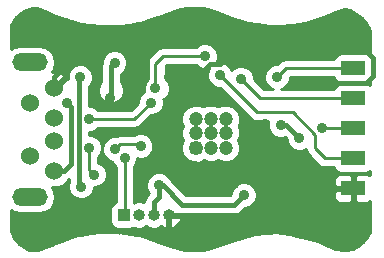
<source format=gbl>
G04 #@! TF.FileFunction,Copper,L2,Bot,Signal*
%FSLAX46Y46*%
G04 Gerber Fmt 4.6, Leading zero omitted, Abs format (unit mm)*
G04 Created by KiCad (PCBNEW 4.0.2-stable) date 6/30/2017 10:51:31 AM*
%MOMM*%
G01*
G04 APERTURE LIST*
%ADD10C,0.150000*%
%ADD11R,1.000000X1.000000*%
%ADD12O,1.000000X1.000000*%
%ADD13R,2.000000X1.200000*%
%ADD14C,1.524000*%
%ADD15O,3.000000X1.500000*%
%ADD16C,1.200000*%
%ADD17C,1.250000*%
%ADD18C,0.889000*%
%ADD19C,0.400000*%
%ADD20C,0.254000*%
G04 APERTURE END LIST*
D10*
D11*
X191516000Y-142113000D03*
D12*
X192786000Y-142113000D03*
X194056000Y-142113000D03*
X195326000Y-142113000D03*
D13*
X210947000Y-129675000D03*
X210947000Y-132215000D03*
X210947000Y-134755000D03*
X210947000Y-137295000D03*
X210947000Y-139835000D03*
D14*
X185650000Y-133875000D03*
X185650000Y-135875000D03*
X185650000Y-131375000D03*
X185650000Y-138375000D03*
X183550000Y-132625000D03*
X183550000Y-137125000D03*
D15*
X183550000Y-129175000D03*
X183550000Y-140575000D03*
D16*
X200152000Y-133985000D03*
X198882000Y-133985000D03*
X197612000Y-133985000D03*
D17*
X197612000Y-136398000D03*
D16*
X198882000Y-136398000D03*
X200152000Y-136398000D03*
X200152000Y-135128000D03*
X197612000Y-135128000D03*
X198882000Y-135128000D03*
D18*
X190737502Y-129222500D03*
X190373000Y-132207000D03*
X195326000Y-130429000D03*
X188087000Y-128841500D03*
X203454000Y-134366000D03*
X200850500Y-139509500D03*
X210629500Y-142875000D03*
X196950980Y-130717380D03*
X199961500Y-127381000D03*
X208216500Y-130873500D03*
X206888966Y-139827980D03*
X203256502Y-136779000D03*
X192883502Y-138303000D03*
X196913500Y-140081000D03*
X187833000Y-130429000D03*
X187900000Y-139700000D03*
X194500500Y-139573000D03*
X206375000Y-135576498D03*
X204787500Y-134493000D03*
X201676000Y-140398500D03*
X186690000Y-132588000D03*
X191579500Y-137258498D03*
X204470000Y-130429000D03*
X201422000Y-130556000D03*
X208280000Y-134747000D03*
X199654141Y-130267684D03*
X188595000Y-136398000D03*
X188976000Y-138684000D03*
X198374000Y-128651000D03*
X194183000Y-131318000D03*
X193802000Y-132588000D03*
X188595000Y-133985000D03*
X190754000Y-136525000D03*
X192944945Y-136252736D03*
D19*
X190436500Y-129523502D02*
X190436500Y-132016500D01*
X190436500Y-129523502D02*
X190737502Y-129222500D01*
X190373000Y-132080000D02*
X190373000Y-132207000D01*
X190436500Y-132016500D02*
X190373000Y-132080000D01*
X185650000Y-131375000D02*
X185650000Y-130400000D01*
X187208500Y-128841500D02*
X188087000Y-128841500D01*
X185650000Y-130400000D02*
X187208500Y-128841500D01*
X210947000Y-139835000D02*
X210947000Y-142557500D01*
X210947000Y-142557500D02*
X210629500Y-142875000D01*
X197450620Y-130717380D02*
X198818500Y-129349500D01*
X198818500Y-129349500D02*
X199644000Y-129349500D01*
X199644000Y-129349500D02*
X200215500Y-128778000D01*
X200215500Y-128778000D02*
X200215500Y-128143000D01*
X196950980Y-130717380D02*
X197450620Y-130717380D01*
X200215500Y-127635000D02*
X200215500Y-128143000D01*
X199961500Y-127381000D02*
X200215500Y-127635000D01*
X208216500Y-130873500D02*
X208280000Y-130937000D01*
X208280000Y-130937000D02*
X212026500Y-130937000D01*
X212026500Y-130937000D02*
X212598000Y-130365500D01*
X212598000Y-130365500D02*
X212598000Y-128841500D01*
X212598000Y-128841500D02*
X211899500Y-128143000D01*
X192883502Y-138303000D02*
X192883502Y-138464002D01*
X192883502Y-138464002D02*
X193103500Y-138684000D01*
X187725000Y-133250000D02*
X187725000Y-130537000D01*
X187725000Y-130537000D02*
X187833000Y-130429000D01*
X187725000Y-135125000D02*
X187725000Y-133250000D01*
X187725000Y-133250000D02*
X187725000Y-133225000D01*
X187725000Y-139525000D02*
X187725000Y-135125000D01*
X187900000Y-139700000D02*
X187725000Y-139525000D01*
X204787500Y-134493000D02*
X205291502Y-134493000D01*
X205291502Y-134493000D02*
X206375000Y-135576498D01*
X194500500Y-139573000D02*
X194818000Y-139573000D01*
X200850500Y-141224000D02*
X201676000Y-140398500D01*
X196469000Y-141224000D02*
X200850500Y-141224000D01*
X194818000Y-139573000D02*
X196469000Y-141224000D01*
X194500500Y-140589000D02*
X194056000Y-141033500D01*
X194056000Y-141033500D02*
X194056000Y-142113000D01*
X194500500Y-139573000D02*
X194500500Y-140589000D01*
X185650000Y-138375000D02*
X186450000Y-138375000D01*
X187075000Y-132973000D02*
X186690000Y-132588000D01*
X187075000Y-137750000D02*
X187075000Y-132973000D01*
X186450000Y-138375000D02*
X187075000Y-137750000D01*
X186662000Y-132616000D02*
X186690000Y-132588000D01*
D20*
X191579500Y-137258498D02*
X191579500Y-142049500D01*
X191579500Y-142049500D02*
X191516000Y-142113000D01*
X205616063Y-129675000D02*
X210947000Y-129675000D01*
X204470000Y-130429000D02*
X205224000Y-129675000D01*
X205224000Y-129675000D02*
X205616063Y-129675000D01*
X203906500Y-132215000D02*
X203081000Y-132215000D01*
X210947000Y-132215000D02*
X203906500Y-132215000D01*
X203081000Y-132215000D02*
X201422000Y-130556000D01*
X210947000Y-134755000D02*
X209859500Y-134755000D01*
X209859500Y-134755000D02*
X208280000Y-134747000D01*
X207708500Y-136461500D02*
X207708500Y-135318500D01*
X208542000Y-137295000D02*
X207708500Y-136461500D01*
X202799957Y-133413500D02*
X200098640Y-130712183D01*
X200098640Y-130712183D02*
X199654141Y-130267684D01*
X205311500Y-133413500D02*
X202799957Y-133413500D01*
X205803500Y-133413500D02*
X205311500Y-133413500D01*
X207708500Y-135318500D02*
X205803500Y-133413500D01*
X208542000Y-137295000D02*
X210947000Y-137295000D01*
X188595000Y-136398000D02*
X188595000Y-138303000D01*
X188595000Y-138303000D02*
X188976000Y-138684000D01*
X194183000Y-129667000D02*
X194183000Y-129286000D01*
X194183000Y-129286000D02*
X194310000Y-129159000D01*
X194818000Y-128651000D02*
X198374000Y-128651000D01*
X194818000Y-128651000D02*
X194310000Y-129159000D01*
X194183000Y-129667000D02*
X194183000Y-129667000D01*
X194183000Y-131318000D02*
X194183000Y-129667000D01*
X192405000Y-133985000D02*
X193802000Y-132588000D01*
X188595000Y-133985000D02*
X192405000Y-133985000D01*
X190754000Y-136525000D02*
X191198499Y-136080501D01*
X191198499Y-136080501D02*
X192772710Y-136080501D01*
X192772710Y-136080501D02*
X192944945Y-136252736D01*
G36*
X197761714Y-129565622D02*
X198158332Y-129730313D01*
X198587784Y-129730687D01*
X198733207Y-129670599D01*
X198574828Y-130052016D01*
X198574454Y-130481468D01*
X198738452Y-130878373D01*
X199041855Y-131182306D01*
X199438473Y-131346997D01*
X199656013Y-131347186D01*
X202261142Y-133952315D01*
X202508352Y-134117496D01*
X202799957Y-134175500D01*
X203750472Y-134175500D01*
X203708187Y-134277332D01*
X203707813Y-134706784D01*
X203871811Y-135103689D01*
X204175214Y-135407622D01*
X204571832Y-135572313D01*
X205001284Y-135572687D01*
X205135050Y-135517416D01*
X205295411Y-135677777D01*
X205295313Y-135790282D01*
X205459311Y-136187187D01*
X205762714Y-136491120D01*
X206159332Y-136655811D01*
X206588784Y-136656185D01*
X206955117Y-136504819D01*
X207004504Y-136753105D01*
X207025480Y-136784497D01*
X207169685Y-137000315D01*
X208003185Y-137833815D01*
X208250395Y-137998996D01*
X208542000Y-138057000D01*
X209330042Y-138057000D01*
X209343838Y-138130317D01*
X209482910Y-138346441D01*
X209695110Y-138491431D01*
X209947000Y-138542440D01*
X211947000Y-138542440D01*
X212182317Y-138498162D01*
X212340486Y-138396383D01*
X212340449Y-138730424D01*
X212306698Y-138696673D01*
X212073309Y-138600000D01*
X211232750Y-138600000D01*
X211074000Y-138758750D01*
X211074000Y-139708000D01*
X211094000Y-139708000D01*
X211094000Y-139962000D01*
X211074000Y-139962000D01*
X211074000Y-140911250D01*
X211232750Y-141070000D01*
X212073309Y-141070000D01*
X212306698Y-140973327D01*
X212340206Y-140939819D01*
X212339915Y-143578028D01*
X212143258Y-143999794D01*
X211797474Y-144415665D01*
X211366609Y-144735083D01*
X210894630Y-144941112D01*
X210259553Y-145085349D01*
X209434588Y-144944775D01*
X208672896Y-144619779D01*
X208668673Y-144618892D01*
X208665081Y-144616506D01*
X207992183Y-144339867D01*
X207957494Y-144333062D01*
X207926087Y-144316832D01*
X206986499Y-144046010D01*
X206967939Y-144044442D01*
X206950926Y-144036853D01*
X206503247Y-143935226D01*
X206497113Y-143935061D01*
X206491467Y-143932669D01*
X205870561Y-143803965D01*
X205867249Y-143803938D01*
X205864185Y-143802677D01*
X205561052Y-143743049D01*
X205560046Y-143743051D01*
X205559112Y-143742670D01*
X204786765Y-143593220D01*
X204714291Y-143593598D01*
X204642761Y-143581958D01*
X203591210Y-143618816D01*
X203566983Y-143624524D01*
X203542182Y-143622424D01*
X202665435Y-143720916D01*
X202633178Y-143731186D01*
X202599326Y-143731872D01*
X202087145Y-143844590D01*
X202059619Y-143856651D01*
X202029763Y-143860044D01*
X200969918Y-144198968D01*
X200960374Y-144204255D01*
X200949580Y-144205850D01*
X200468301Y-144377755D01*
X200466781Y-144378665D01*
X200465033Y-144378933D01*
X199416632Y-144759836D01*
X198923528Y-144923301D01*
X198599771Y-145005037D01*
X198246994Y-145060026D01*
X197763736Y-145091733D01*
X197572834Y-145095473D01*
X197404596Y-145096192D01*
X197209169Y-145093316D01*
X197052609Y-145087332D01*
X196681400Y-145054661D01*
X196378189Y-145003830D01*
X196050373Y-144915232D01*
X194695492Y-144442726D01*
X194695490Y-144442726D01*
X193318767Y-143962502D01*
X193300017Y-143959874D01*
X193283166Y-143951237D01*
X192790790Y-143811108D01*
X192760247Y-143808631D01*
X192731780Y-143797298D01*
X192085012Y-143677910D01*
X192056435Y-143678305D01*
X192029051Y-143670116D01*
X191112248Y-143583474D01*
X191095874Y-143585152D01*
X191079884Y-143581241D01*
X190690680Y-143564288D01*
X190681919Y-143565637D01*
X190673256Y-143563767D01*
X190270915Y-143557211D01*
X190262311Y-143558777D01*
X190253717Y-143557162D01*
X189853242Y-143561399D01*
X189844576Y-143563218D01*
X189835831Y-143561820D01*
X189444559Y-143576615D01*
X189431815Y-143579655D01*
X189418796Y-143578109D01*
X188852631Y-143622454D01*
X188835749Y-143627208D01*
X188818247Y-143626084D01*
X188260986Y-143700184D01*
X188245159Y-143705580D01*
X188228440Y-143705368D01*
X187937214Y-143759475D01*
X187921524Y-143765743D01*
X187904642Y-143766408D01*
X187651979Y-143827098D01*
X187638985Y-143833090D01*
X187624723Y-143834283D01*
X187416787Y-143894027D01*
X187409112Y-143897985D01*
X187400527Y-143898933D01*
X187077572Y-144001076D01*
X187072837Y-144003679D01*
X187067478Y-144004361D01*
X186736086Y-144115251D01*
X186733520Y-144116718D01*
X186730593Y-144117117D01*
X186010278Y-144365431D01*
X185983532Y-144381042D01*
X185953386Y-144388144D01*
X185820326Y-144448802D01*
X185820263Y-144448847D01*
X185820188Y-144448865D01*
X185687369Y-144509451D01*
X185531207Y-144580348D01*
X185426406Y-144627525D01*
X185120028Y-144761815D01*
X184925222Y-144842733D01*
X184265052Y-145060070D01*
X183982717Y-145096386D01*
X183782728Y-145090437D01*
X183517578Y-145036409D01*
X183287218Y-144954971D01*
X183066392Y-144845583D01*
X182622976Y-144516859D01*
X182260393Y-144080779D01*
X182142677Y-143873968D01*
X182030603Y-143614875D01*
X181967618Y-143417009D01*
X181940010Y-142736275D01*
X181940006Y-141662037D01*
X182228156Y-141854573D01*
X182758173Y-141960000D01*
X184341827Y-141960000D01*
X184871844Y-141854573D01*
X185321170Y-141554343D01*
X185621400Y-141105017D01*
X185726827Y-140575000D01*
X185621400Y-140044983D01*
X185438876Y-139771816D01*
X185926661Y-139772242D01*
X186440303Y-139560010D01*
X186833629Y-139167370D01*
X186870267Y-139079136D01*
X186890000Y-139065951D01*
X186890000Y-139317409D01*
X186820687Y-139484332D01*
X186820313Y-139913784D01*
X186984311Y-140310689D01*
X187287714Y-140614622D01*
X187684332Y-140779313D01*
X188113784Y-140779687D01*
X188510689Y-140615689D01*
X188814622Y-140312286D01*
X188979313Y-139915668D01*
X188979446Y-139763504D01*
X189189784Y-139763687D01*
X189586689Y-139599689D01*
X189890622Y-139296286D01*
X190055313Y-138899668D01*
X190055687Y-138470216D01*
X189891689Y-138073311D01*
X189588286Y-137769378D01*
X189357000Y-137673339D01*
X189357000Y-137162642D01*
X189509622Y-137010286D01*
X189622360Y-136738784D01*
X189674313Y-136738784D01*
X189838311Y-137135689D01*
X190141714Y-137439622D01*
X190538332Y-137604313D01*
X190554373Y-137604327D01*
X190663811Y-137869187D01*
X190817500Y-138023144D01*
X190817500Y-141002910D01*
X190780683Y-141009838D01*
X190564559Y-141148910D01*
X190419569Y-141361110D01*
X190368560Y-141613000D01*
X190368560Y-142613000D01*
X190412838Y-142848317D01*
X190551910Y-143064441D01*
X190764110Y-143209431D01*
X191016000Y-143260440D01*
X192016000Y-143260440D01*
X192251317Y-143216162D01*
X192327073Y-143167414D01*
X192351654Y-143183839D01*
X192786000Y-143270236D01*
X193220346Y-143183839D01*
X193421000Y-143049766D01*
X193621654Y-143183839D01*
X194056000Y-143270236D01*
X194490346Y-143183839D01*
X194700304Y-143043549D01*
X194765791Y-143100127D01*
X195024126Y-143207119D01*
X195199000Y-143080954D01*
X195199000Y-142240000D01*
X195453000Y-142240000D01*
X195453000Y-143080954D01*
X195627874Y-143207119D01*
X195886209Y-143100127D01*
X196221323Y-142810604D01*
X196420132Y-142414877D01*
X196295135Y-142240000D01*
X195453000Y-142240000D01*
X195199000Y-142240000D01*
X195179000Y-142240000D01*
X195179000Y-142195564D01*
X195191000Y-142135236D01*
X195191000Y-142090764D01*
X195179000Y-142030436D01*
X195179000Y-141986000D01*
X195199000Y-141986000D01*
X195199000Y-141966000D01*
X195453000Y-141966000D01*
X195453000Y-141986000D01*
X196135332Y-141986000D01*
X196149460Y-141995440D01*
X196469000Y-142059000D01*
X200850500Y-142059000D01*
X201170041Y-141995439D01*
X201440934Y-141814434D01*
X201777279Y-141478089D01*
X201889784Y-141478187D01*
X202286689Y-141314189D01*
X202590622Y-141010786D01*
X202755313Y-140614168D01*
X202755687Y-140184716D01*
X202729257Y-140120750D01*
X209312000Y-140120750D01*
X209312000Y-140561310D01*
X209408673Y-140794699D01*
X209587302Y-140973327D01*
X209820691Y-141070000D01*
X210661250Y-141070000D01*
X210820000Y-140911250D01*
X210820000Y-139962000D01*
X209470750Y-139962000D01*
X209312000Y-140120750D01*
X202729257Y-140120750D01*
X202591689Y-139787811D01*
X202288286Y-139483878D01*
X201891668Y-139319187D01*
X201462216Y-139318813D01*
X201065311Y-139482811D01*
X200761378Y-139786214D01*
X200596687Y-140182832D01*
X200596588Y-140297044D01*
X200504632Y-140389000D01*
X196814868Y-140389000D01*
X195534558Y-139108690D01*
X209312000Y-139108690D01*
X209312000Y-139549250D01*
X209470750Y-139708000D01*
X210820000Y-139708000D01*
X210820000Y-138758750D01*
X210661250Y-138600000D01*
X209820691Y-138600000D01*
X209587302Y-138696673D01*
X209408673Y-138875301D01*
X209312000Y-139108690D01*
X195534558Y-139108690D01*
X195435912Y-139010044D01*
X195416189Y-138962311D01*
X195112786Y-138658378D01*
X194716168Y-138493687D01*
X194286716Y-138493313D01*
X193889811Y-138657311D01*
X193585878Y-138960714D01*
X193421187Y-139357332D01*
X193420813Y-139786784D01*
X193584811Y-140183689D01*
X193654816Y-140253816D01*
X193465566Y-140443066D01*
X193284561Y-140713959D01*
X193221000Y-141033500D01*
X193221000Y-141042598D01*
X193220346Y-141042161D01*
X192786000Y-140955764D01*
X192351654Y-141042161D01*
X192341500Y-141048946D01*
X192341500Y-138023140D01*
X192494122Y-137870784D01*
X192658813Y-137474166D01*
X192658962Y-137302852D01*
X192729277Y-137332049D01*
X193158729Y-137332423D01*
X193555634Y-137168425D01*
X193859567Y-136865022D01*
X193949878Y-136647530D01*
X196351782Y-136647530D01*
X196543201Y-137110800D01*
X196897335Y-137465553D01*
X197360271Y-137657781D01*
X197861530Y-137658218D01*
X198280054Y-137485288D01*
X198635266Y-137632785D01*
X199126579Y-137633214D01*
X199517401Y-137471729D01*
X199905266Y-137632785D01*
X200396579Y-137633214D01*
X200850657Y-137445592D01*
X201198371Y-137098485D01*
X201386785Y-136644734D01*
X201387214Y-136153421D01*
X201225729Y-135762599D01*
X201386785Y-135374734D01*
X201387214Y-134883421D01*
X201252032Y-134556256D01*
X201386785Y-134231734D01*
X201387214Y-133740421D01*
X201199592Y-133286343D01*
X200852485Y-132938629D01*
X200398734Y-132750215D01*
X199907421Y-132749786D01*
X199516599Y-132911271D01*
X199128734Y-132750215D01*
X198637421Y-132749786D01*
X198246599Y-132911271D01*
X197858734Y-132750215D01*
X197367421Y-132749786D01*
X196913343Y-132937408D01*
X196565629Y-133284515D01*
X196377215Y-133738266D01*
X196376786Y-134229579D01*
X196511968Y-134556744D01*
X196377215Y-134881266D01*
X196376786Y-135372579D01*
X196524769Y-135730724D01*
X196352219Y-136146271D01*
X196351782Y-136647530D01*
X193949878Y-136647530D01*
X194024258Y-136468404D01*
X194024632Y-136038952D01*
X193860634Y-135642047D01*
X193557231Y-135338114D01*
X193160613Y-135173423D01*
X192731161Y-135173049D01*
X192379141Y-135318501D01*
X191198499Y-135318501D01*
X190906895Y-135376504D01*
X190803572Y-135445542D01*
X190540216Y-135445313D01*
X190143311Y-135609311D01*
X189839378Y-135912714D01*
X189674687Y-136309332D01*
X189674313Y-136738784D01*
X189622360Y-136738784D01*
X189674313Y-136613668D01*
X189674687Y-136184216D01*
X189510689Y-135787311D01*
X189207286Y-135483378D01*
X188810668Y-135318687D01*
X188560000Y-135318469D01*
X188560000Y-135064470D01*
X188808784Y-135064687D01*
X189205689Y-134900689D01*
X189359646Y-134747000D01*
X192405000Y-134747000D01*
X192696605Y-134688996D01*
X192943815Y-134523815D01*
X193800131Y-133667499D01*
X194015784Y-133667687D01*
X194412689Y-133503689D01*
X194716622Y-133200286D01*
X194881313Y-132803668D01*
X194881687Y-132374216D01*
X194860189Y-132322187D01*
X194920689Y-132297189D01*
X195224622Y-131993786D01*
X195389313Y-131597168D01*
X195389687Y-131167716D01*
X195225689Y-130770811D01*
X195072000Y-130616854D01*
X195072000Y-129474630D01*
X195133631Y-129413000D01*
X197609358Y-129413000D01*
X197761714Y-129565622D01*
X197761714Y-129565622D01*
G37*
X197761714Y-129565622D02*
X198158332Y-129730313D01*
X198587784Y-129730687D01*
X198733207Y-129670599D01*
X198574828Y-130052016D01*
X198574454Y-130481468D01*
X198738452Y-130878373D01*
X199041855Y-131182306D01*
X199438473Y-131346997D01*
X199656013Y-131347186D01*
X202261142Y-133952315D01*
X202508352Y-134117496D01*
X202799957Y-134175500D01*
X203750472Y-134175500D01*
X203708187Y-134277332D01*
X203707813Y-134706784D01*
X203871811Y-135103689D01*
X204175214Y-135407622D01*
X204571832Y-135572313D01*
X205001284Y-135572687D01*
X205135050Y-135517416D01*
X205295411Y-135677777D01*
X205295313Y-135790282D01*
X205459311Y-136187187D01*
X205762714Y-136491120D01*
X206159332Y-136655811D01*
X206588784Y-136656185D01*
X206955117Y-136504819D01*
X207004504Y-136753105D01*
X207025480Y-136784497D01*
X207169685Y-137000315D01*
X208003185Y-137833815D01*
X208250395Y-137998996D01*
X208542000Y-138057000D01*
X209330042Y-138057000D01*
X209343838Y-138130317D01*
X209482910Y-138346441D01*
X209695110Y-138491431D01*
X209947000Y-138542440D01*
X211947000Y-138542440D01*
X212182317Y-138498162D01*
X212340486Y-138396383D01*
X212340449Y-138730424D01*
X212306698Y-138696673D01*
X212073309Y-138600000D01*
X211232750Y-138600000D01*
X211074000Y-138758750D01*
X211074000Y-139708000D01*
X211094000Y-139708000D01*
X211094000Y-139962000D01*
X211074000Y-139962000D01*
X211074000Y-140911250D01*
X211232750Y-141070000D01*
X212073309Y-141070000D01*
X212306698Y-140973327D01*
X212340206Y-140939819D01*
X212339915Y-143578028D01*
X212143258Y-143999794D01*
X211797474Y-144415665D01*
X211366609Y-144735083D01*
X210894630Y-144941112D01*
X210259553Y-145085349D01*
X209434588Y-144944775D01*
X208672896Y-144619779D01*
X208668673Y-144618892D01*
X208665081Y-144616506D01*
X207992183Y-144339867D01*
X207957494Y-144333062D01*
X207926087Y-144316832D01*
X206986499Y-144046010D01*
X206967939Y-144044442D01*
X206950926Y-144036853D01*
X206503247Y-143935226D01*
X206497113Y-143935061D01*
X206491467Y-143932669D01*
X205870561Y-143803965D01*
X205867249Y-143803938D01*
X205864185Y-143802677D01*
X205561052Y-143743049D01*
X205560046Y-143743051D01*
X205559112Y-143742670D01*
X204786765Y-143593220D01*
X204714291Y-143593598D01*
X204642761Y-143581958D01*
X203591210Y-143618816D01*
X203566983Y-143624524D01*
X203542182Y-143622424D01*
X202665435Y-143720916D01*
X202633178Y-143731186D01*
X202599326Y-143731872D01*
X202087145Y-143844590D01*
X202059619Y-143856651D01*
X202029763Y-143860044D01*
X200969918Y-144198968D01*
X200960374Y-144204255D01*
X200949580Y-144205850D01*
X200468301Y-144377755D01*
X200466781Y-144378665D01*
X200465033Y-144378933D01*
X199416632Y-144759836D01*
X198923528Y-144923301D01*
X198599771Y-145005037D01*
X198246994Y-145060026D01*
X197763736Y-145091733D01*
X197572834Y-145095473D01*
X197404596Y-145096192D01*
X197209169Y-145093316D01*
X197052609Y-145087332D01*
X196681400Y-145054661D01*
X196378189Y-145003830D01*
X196050373Y-144915232D01*
X194695492Y-144442726D01*
X194695490Y-144442726D01*
X193318767Y-143962502D01*
X193300017Y-143959874D01*
X193283166Y-143951237D01*
X192790790Y-143811108D01*
X192760247Y-143808631D01*
X192731780Y-143797298D01*
X192085012Y-143677910D01*
X192056435Y-143678305D01*
X192029051Y-143670116D01*
X191112248Y-143583474D01*
X191095874Y-143585152D01*
X191079884Y-143581241D01*
X190690680Y-143564288D01*
X190681919Y-143565637D01*
X190673256Y-143563767D01*
X190270915Y-143557211D01*
X190262311Y-143558777D01*
X190253717Y-143557162D01*
X189853242Y-143561399D01*
X189844576Y-143563218D01*
X189835831Y-143561820D01*
X189444559Y-143576615D01*
X189431815Y-143579655D01*
X189418796Y-143578109D01*
X188852631Y-143622454D01*
X188835749Y-143627208D01*
X188818247Y-143626084D01*
X188260986Y-143700184D01*
X188245159Y-143705580D01*
X188228440Y-143705368D01*
X187937214Y-143759475D01*
X187921524Y-143765743D01*
X187904642Y-143766408D01*
X187651979Y-143827098D01*
X187638985Y-143833090D01*
X187624723Y-143834283D01*
X187416787Y-143894027D01*
X187409112Y-143897985D01*
X187400527Y-143898933D01*
X187077572Y-144001076D01*
X187072837Y-144003679D01*
X187067478Y-144004361D01*
X186736086Y-144115251D01*
X186733520Y-144116718D01*
X186730593Y-144117117D01*
X186010278Y-144365431D01*
X185983532Y-144381042D01*
X185953386Y-144388144D01*
X185820326Y-144448802D01*
X185820263Y-144448847D01*
X185820188Y-144448865D01*
X185687369Y-144509451D01*
X185531207Y-144580348D01*
X185426406Y-144627525D01*
X185120028Y-144761815D01*
X184925222Y-144842733D01*
X184265052Y-145060070D01*
X183982717Y-145096386D01*
X183782728Y-145090437D01*
X183517578Y-145036409D01*
X183287218Y-144954971D01*
X183066392Y-144845583D01*
X182622976Y-144516859D01*
X182260393Y-144080779D01*
X182142677Y-143873968D01*
X182030603Y-143614875D01*
X181967618Y-143417009D01*
X181940010Y-142736275D01*
X181940006Y-141662037D01*
X182228156Y-141854573D01*
X182758173Y-141960000D01*
X184341827Y-141960000D01*
X184871844Y-141854573D01*
X185321170Y-141554343D01*
X185621400Y-141105017D01*
X185726827Y-140575000D01*
X185621400Y-140044983D01*
X185438876Y-139771816D01*
X185926661Y-139772242D01*
X186440303Y-139560010D01*
X186833629Y-139167370D01*
X186870267Y-139079136D01*
X186890000Y-139065951D01*
X186890000Y-139317409D01*
X186820687Y-139484332D01*
X186820313Y-139913784D01*
X186984311Y-140310689D01*
X187287714Y-140614622D01*
X187684332Y-140779313D01*
X188113784Y-140779687D01*
X188510689Y-140615689D01*
X188814622Y-140312286D01*
X188979313Y-139915668D01*
X188979446Y-139763504D01*
X189189784Y-139763687D01*
X189586689Y-139599689D01*
X189890622Y-139296286D01*
X190055313Y-138899668D01*
X190055687Y-138470216D01*
X189891689Y-138073311D01*
X189588286Y-137769378D01*
X189357000Y-137673339D01*
X189357000Y-137162642D01*
X189509622Y-137010286D01*
X189622360Y-136738784D01*
X189674313Y-136738784D01*
X189838311Y-137135689D01*
X190141714Y-137439622D01*
X190538332Y-137604313D01*
X190554373Y-137604327D01*
X190663811Y-137869187D01*
X190817500Y-138023144D01*
X190817500Y-141002910D01*
X190780683Y-141009838D01*
X190564559Y-141148910D01*
X190419569Y-141361110D01*
X190368560Y-141613000D01*
X190368560Y-142613000D01*
X190412838Y-142848317D01*
X190551910Y-143064441D01*
X190764110Y-143209431D01*
X191016000Y-143260440D01*
X192016000Y-143260440D01*
X192251317Y-143216162D01*
X192327073Y-143167414D01*
X192351654Y-143183839D01*
X192786000Y-143270236D01*
X193220346Y-143183839D01*
X193421000Y-143049766D01*
X193621654Y-143183839D01*
X194056000Y-143270236D01*
X194490346Y-143183839D01*
X194700304Y-143043549D01*
X194765791Y-143100127D01*
X195024126Y-143207119D01*
X195199000Y-143080954D01*
X195199000Y-142240000D01*
X195453000Y-142240000D01*
X195453000Y-143080954D01*
X195627874Y-143207119D01*
X195886209Y-143100127D01*
X196221323Y-142810604D01*
X196420132Y-142414877D01*
X196295135Y-142240000D01*
X195453000Y-142240000D01*
X195199000Y-142240000D01*
X195179000Y-142240000D01*
X195179000Y-142195564D01*
X195191000Y-142135236D01*
X195191000Y-142090764D01*
X195179000Y-142030436D01*
X195179000Y-141986000D01*
X195199000Y-141986000D01*
X195199000Y-141966000D01*
X195453000Y-141966000D01*
X195453000Y-141986000D01*
X196135332Y-141986000D01*
X196149460Y-141995440D01*
X196469000Y-142059000D01*
X200850500Y-142059000D01*
X201170041Y-141995439D01*
X201440934Y-141814434D01*
X201777279Y-141478089D01*
X201889784Y-141478187D01*
X202286689Y-141314189D01*
X202590622Y-141010786D01*
X202755313Y-140614168D01*
X202755687Y-140184716D01*
X202729257Y-140120750D01*
X209312000Y-140120750D01*
X209312000Y-140561310D01*
X209408673Y-140794699D01*
X209587302Y-140973327D01*
X209820691Y-141070000D01*
X210661250Y-141070000D01*
X210820000Y-140911250D01*
X210820000Y-139962000D01*
X209470750Y-139962000D01*
X209312000Y-140120750D01*
X202729257Y-140120750D01*
X202591689Y-139787811D01*
X202288286Y-139483878D01*
X201891668Y-139319187D01*
X201462216Y-139318813D01*
X201065311Y-139482811D01*
X200761378Y-139786214D01*
X200596687Y-140182832D01*
X200596588Y-140297044D01*
X200504632Y-140389000D01*
X196814868Y-140389000D01*
X195534558Y-139108690D01*
X209312000Y-139108690D01*
X209312000Y-139549250D01*
X209470750Y-139708000D01*
X210820000Y-139708000D01*
X210820000Y-138758750D01*
X210661250Y-138600000D01*
X209820691Y-138600000D01*
X209587302Y-138696673D01*
X209408673Y-138875301D01*
X209312000Y-139108690D01*
X195534558Y-139108690D01*
X195435912Y-139010044D01*
X195416189Y-138962311D01*
X195112786Y-138658378D01*
X194716168Y-138493687D01*
X194286716Y-138493313D01*
X193889811Y-138657311D01*
X193585878Y-138960714D01*
X193421187Y-139357332D01*
X193420813Y-139786784D01*
X193584811Y-140183689D01*
X193654816Y-140253816D01*
X193465566Y-140443066D01*
X193284561Y-140713959D01*
X193221000Y-141033500D01*
X193221000Y-141042598D01*
X193220346Y-141042161D01*
X192786000Y-140955764D01*
X192351654Y-141042161D01*
X192341500Y-141048946D01*
X192341500Y-138023140D01*
X192494122Y-137870784D01*
X192658813Y-137474166D01*
X192658962Y-137302852D01*
X192729277Y-137332049D01*
X193158729Y-137332423D01*
X193555634Y-137168425D01*
X193859567Y-136865022D01*
X193949878Y-136647530D01*
X196351782Y-136647530D01*
X196543201Y-137110800D01*
X196897335Y-137465553D01*
X197360271Y-137657781D01*
X197861530Y-137658218D01*
X198280054Y-137485288D01*
X198635266Y-137632785D01*
X199126579Y-137633214D01*
X199517401Y-137471729D01*
X199905266Y-137632785D01*
X200396579Y-137633214D01*
X200850657Y-137445592D01*
X201198371Y-137098485D01*
X201386785Y-136644734D01*
X201387214Y-136153421D01*
X201225729Y-135762599D01*
X201386785Y-135374734D01*
X201387214Y-134883421D01*
X201252032Y-134556256D01*
X201386785Y-134231734D01*
X201387214Y-133740421D01*
X201199592Y-133286343D01*
X200852485Y-132938629D01*
X200398734Y-132750215D01*
X199907421Y-132749786D01*
X199516599Y-132911271D01*
X199128734Y-132750215D01*
X198637421Y-132749786D01*
X198246599Y-132911271D01*
X197858734Y-132750215D01*
X197367421Y-132749786D01*
X196913343Y-132937408D01*
X196565629Y-133284515D01*
X196377215Y-133738266D01*
X196376786Y-134229579D01*
X196511968Y-134556744D01*
X196377215Y-134881266D01*
X196376786Y-135372579D01*
X196524769Y-135730724D01*
X196352219Y-136146271D01*
X196351782Y-136647530D01*
X193949878Y-136647530D01*
X194024258Y-136468404D01*
X194024632Y-136038952D01*
X193860634Y-135642047D01*
X193557231Y-135338114D01*
X193160613Y-135173423D01*
X192731161Y-135173049D01*
X192379141Y-135318501D01*
X191198499Y-135318501D01*
X190906895Y-135376504D01*
X190803572Y-135445542D01*
X190540216Y-135445313D01*
X190143311Y-135609311D01*
X189839378Y-135912714D01*
X189674687Y-136309332D01*
X189674313Y-136738784D01*
X189622360Y-136738784D01*
X189674313Y-136613668D01*
X189674687Y-136184216D01*
X189510689Y-135787311D01*
X189207286Y-135483378D01*
X188810668Y-135318687D01*
X188560000Y-135318469D01*
X188560000Y-135064470D01*
X188808784Y-135064687D01*
X189205689Y-134900689D01*
X189359646Y-134747000D01*
X192405000Y-134747000D01*
X192696605Y-134688996D01*
X192943815Y-134523815D01*
X193800131Y-133667499D01*
X194015784Y-133667687D01*
X194412689Y-133503689D01*
X194716622Y-133200286D01*
X194881313Y-132803668D01*
X194881687Y-132374216D01*
X194860189Y-132322187D01*
X194920689Y-132297189D01*
X195224622Y-131993786D01*
X195389313Y-131597168D01*
X195389687Y-131167716D01*
X195225689Y-130770811D01*
X195072000Y-130616854D01*
X195072000Y-129474630D01*
X195133631Y-129413000D01*
X197609358Y-129413000D01*
X197761714Y-129565622D01*
G36*
X184208892Y-124616073D02*
X184814743Y-124810132D01*
X185368348Y-125053889D01*
X185377710Y-125055967D01*
X185385722Y-125061235D01*
X185978325Y-125301572D01*
X185994685Y-125304700D01*
X186009054Y-125313126D01*
X186322092Y-125421747D01*
X186322773Y-125421841D01*
X186323367Y-125422188D01*
X186535502Y-125495296D01*
X186536007Y-125495365D01*
X186536444Y-125495619D01*
X186605503Y-125519299D01*
X186605939Y-125519358D01*
X186606321Y-125519579D01*
X186668848Y-125540925D01*
X186669146Y-125540965D01*
X186669404Y-125541114D01*
X186703099Y-125552582D01*
X186703100Y-125552583D01*
X186735177Y-125563503D01*
X186735745Y-125563578D01*
X186736239Y-125563863D01*
X186769998Y-125575290D01*
X186769999Y-125575290D01*
X186801987Y-125586122D01*
X186802881Y-125586239D01*
X186803667Y-125586689D01*
X186949349Y-125635571D01*
X186950804Y-125635757D01*
X186952079Y-125636480D01*
X187069703Y-125675360D01*
X187073873Y-125675875D01*
X187077554Y-125677899D01*
X187400509Y-125780051D01*
X187409121Y-125781002D01*
X187416820Y-125784972D01*
X187624755Y-125844703D01*
X187638988Y-125845892D01*
X187651958Y-125851874D01*
X187904622Y-125912572D01*
X187921519Y-125913238D01*
X187937222Y-125919511D01*
X188228447Y-125973613D01*
X188245163Y-125973401D01*
X188260985Y-125978795D01*
X188818250Y-126052893D01*
X188835747Y-126051769D01*
X188852628Y-126056523D01*
X189418790Y-126100870D01*
X189436166Y-126098807D01*
X189453218Y-126102631D01*
X190248506Y-126121924D01*
X190265907Y-126118899D01*
X190283324Y-126121821D01*
X191071326Y-126098051D01*
X191091574Y-126093385D01*
X191112243Y-126095503D01*
X192029044Y-126008863D01*
X192056428Y-126000674D01*
X192085005Y-126001069D01*
X192731777Y-125881681D01*
X192760244Y-125870348D01*
X192790786Y-125867871D01*
X193283162Y-125727743D01*
X193300013Y-125719107D01*
X193318764Y-125716478D01*
X194695528Y-125236239D01*
X196050387Y-124763744D01*
X196369024Y-124677631D01*
X196895775Y-124605264D01*
X197776236Y-124588067D01*
X198246996Y-124618953D01*
X198599764Y-124673943D01*
X198923520Y-124755676D01*
X199416621Y-124919140D01*
X200465033Y-125300047D01*
X200466781Y-125300315D01*
X200468298Y-125301223D01*
X200949568Y-125473128D01*
X200960366Y-125474724D01*
X200969913Y-125480012D01*
X202029766Y-125818933D01*
X202059620Y-125822326D01*
X202087142Y-125834385D01*
X202599322Y-125947106D01*
X202633174Y-125947792D01*
X202665434Y-125958063D01*
X203542169Y-126056555D01*
X203566970Y-126054455D01*
X203591197Y-126060163D01*
X204642750Y-126097022D01*
X204671105Y-126092408D01*
X204699541Y-126096491D01*
X205729288Y-126041107D01*
X205769867Y-126030742D01*
X205811745Y-126031277D01*
X206800787Y-125847647D01*
X206828014Y-125836775D01*
X206857245Y-125834495D01*
X207353668Y-125694868D01*
X207378606Y-125682184D01*
X207406210Y-125677608D01*
X208625239Y-125217896D01*
X209424662Y-124918112D01*
X209430677Y-124914382D01*
X209437633Y-124913086D01*
X209897305Y-124729217D01*
X210131870Y-124670576D01*
X210649596Y-124747274D01*
X211220216Y-125053802D01*
X211672183Y-125388865D01*
X212022191Y-125809818D01*
X212252584Y-126278806D01*
X212341796Y-126527003D01*
X212341570Y-128576058D01*
X212198890Y-128478569D01*
X211947000Y-128427560D01*
X209947000Y-128427560D01*
X209711683Y-128471838D01*
X209495559Y-128610910D01*
X209350569Y-128823110D01*
X209332366Y-128913000D01*
X205224000Y-128913000D01*
X204932395Y-128971004D01*
X204776755Y-129075000D01*
X204685185Y-129136185D01*
X204471869Y-129349501D01*
X204256216Y-129349313D01*
X203859311Y-129513311D01*
X203555378Y-129816714D01*
X203390687Y-130213332D01*
X203390313Y-130642784D01*
X203554311Y-131039689D01*
X203857714Y-131343622D01*
X204121124Y-131453000D01*
X203396631Y-131453000D01*
X202501499Y-130557869D01*
X202501687Y-130342216D01*
X202337689Y-129945311D01*
X202034286Y-129641378D01*
X201637668Y-129476687D01*
X201208216Y-129476313D01*
X200811311Y-129640311D01*
X200635467Y-129815848D01*
X200569830Y-129656995D01*
X200266427Y-129353062D01*
X199869809Y-129188371D01*
X199440357Y-129187997D01*
X199294934Y-129248085D01*
X199453313Y-128866668D01*
X199453687Y-128437216D01*
X199289689Y-128040311D01*
X198986286Y-127736378D01*
X198589668Y-127571687D01*
X198160216Y-127571313D01*
X197763311Y-127735311D01*
X197609354Y-127889000D01*
X194818000Y-127889000D01*
X194526395Y-127947004D01*
X194279184Y-128112185D01*
X193771185Y-128620185D01*
X193606004Y-128867395D01*
X193548000Y-129159000D01*
X193548000Y-130616858D01*
X193395378Y-130769214D01*
X193230687Y-131165832D01*
X193230313Y-131595284D01*
X193251811Y-131647313D01*
X193191311Y-131672311D01*
X192887378Y-131975714D01*
X192722687Y-132372332D01*
X192722498Y-132589872D01*
X192089370Y-133223000D01*
X189359642Y-133223000D01*
X189207286Y-133070378D01*
X188810668Y-132905687D01*
X188560000Y-132905469D01*
X188560000Y-131785784D01*
X189356813Y-131785784D01*
X189520811Y-132182689D01*
X189824214Y-132486622D01*
X190220832Y-132651313D01*
X190650284Y-132651687D01*
X191047189Y-132487689D01*
X191351122Y-132184286D01*
X191515813Y-131787668D01*
X191516187Y-131358216D01*
X191352189Y-130961311D01*
X191271500Y-130880481D01*
X191271500Y-130169877D01*
X191348191Y-130138189D01*
X191652124Y-129834786D01*
X191816815Y-129438168D01*
X191817189Y-129008716D01*
X191653191Y-128611811D01*
X191349788Y-128307878D01*
X190953170Y-128143187D01*
X190523718Y-128142813D01*
X190126813Y-128306811D01*
X189822880Y-128610214D01*
X189658189Y-129006832D01*
X189657986Y-129239527D01*
X189601500Y-129523502D01*
X189601500Y-130880231D01*
X189521878Y-130959714D01*
X189357187Y-131356332D01*
X189356813Y-131785784D01*
X188560000Y-131785784D01*
X188560000Y-131228581D01*
X188747622Y-131041286D01*
X188912313Y-130644668D01*
X188912687Y-130215216D01*
X188748689Y-129818311D01*
X188445286Y-129514378D01*
X188048668Y-129349687D01*
X187619216Y-129349313D01*
X187222311Y-129513311D01*
X186918378Y-129816714D01*
X186753687Y-130213332D01*
X186753342Y-130609709D01*
X186630213Y-130574392D01*
X185829605Y-131375000D01*
X185843748Y-131389143D01*
X185664143Y-131568748D01*
X185650000Y-131554605D01*
X185635858Y-131568748D01*
X185456253Y-131389143D01*
X185470395Y-131375000D01*
X185456253Y-131360858D01*
X185635858Y-131181253D01*
X185650000Y-131195395D01*
X186450608Y-130394787D01*
X186381143Y-130152603D01*
X185857698Y-129965856D01*
X185432906Y-129987118D01*
X185621400Y-129705017D01*
X185726827Y-129175000D01*
X185621400Y-128644983D01*
X185321170Y-128195657D01*
X184871844Y-127895427D01*
X184341827Y-127790000D01*
X182758173Y-127790000D01*
X182228156Y-127895427D01*
X181939952Y-128087999D01*
X181939944Y-126050897D01*
X182252232Y-125605566D01*
X182429567Y-125363782D01*
X182612494Y-125167825D01*
X182823873Y-124989538D01*
X183053566Y-124839164D01*
X183243563Y-124741517D01*
X183456113Y-124654430D01*
X183739075Y-124571206D01*
X183788569Y-124566632D01*
X184208892Y-124616073D01*
X184208892Y-124616073D01*
G37*
X184208892Y-124616073D02*
X184814743Y-124810132D01*
X185368348Y-125053889D01*
X185377710Y-125055967D01*
X185385722Y-125061235D01*
X185978325Y-125301572D01*
X185994685Y-125304700D01*
X186009054Y-125313126D01*
X186322092Y-125421747D01*
X186322773Y-125421841D01*
X186323367Y-125422188D01*
X186535502Y-125495296D01*
X186536007Y-125495365D01*
X186536444Y-125495619D01*
X186605503Y-125519299D01*
X186605939Y-125519358D01*
X186606321Y-125519579D01*
X186668848Y-125540925D01*
X186669146Y-125540965D01*
X186669404Y-125541114D01*
X186703099Y-125552582D01*
X186703100Y-125552583D01*
X186735177Y-125563503D01*
X186735745Y-125563578D01*
X186736239Y-125563863D01*
X186769998Y-125575290D01*
X186769999Y-125575290D01*
X186801987Y-125586122D01*
X186802881Y-125586239D01*
X186803667Y-125586689D01*
X186949349Y-125635571D01*
X186950804Y-125635757D01*
X186952079Y-125636480D01*
X187069703Y-125675360D01*
X187073873Y-125675875D01*
X187077554Y-125677899D01*
X187400509Y-125780051D01*
X187409121Y-125781002D01*
X187416820Y-125784972D01*
X187624755Y-125844703D01*
X187638988Y-125845892D01*
X187651958Y-125851874D01*
X187904622Y-125912572D01*
X187921519Y-125913238D01*
X187937222Y-125919511D01*
X188228447Y-125973613D01*
X188245163Y-125973401D01*
X188260985Y-125978795D01*
X188818250Y-126052893D01*
X188835747Y-126051769D01*
X188852628Y-126056523D01*
X189418790Y-126100870D01*
X189436166Y-126098807D01*
X189453218Y-126102631D01*
X190248506Y-126121924D01*
X190265907Y-126118899D01*
X190283324Y-126121821D01*
X191071326Y-126098051D01*
X191091574Y-126093385D01*
X191112243Y-126095503D01*
X192029044Y-126008863D01*
X192056428Y-126000674D01*
X192085005Y-126001069D01*
X192731777Y-125881681D01*
X192760244Y-125870348D01*
X192790786Y-125867871D01*
X193283162Y-125727743D01*
X193300013Y-125719107D01*
X193318764Y-125716478D01*
X194695528Y-125236239D01*
X196050387Y-124763744D01*
X196369024Y-124677631D01*
X196895775Y-124605264D01*
X197776236Y-124588067D01*
X198246996Y-124618953D01*
X198599764Y-124673943D01*
X198923520Y-124755676D01*
X199416621Y-124919140D01*
X200465033Y-125300047D01*
X200466781Y-125300315D01*
X200468298Y-125301223D01*
X200949568Y-125473128D01*
X200960366Y-125474724D01*
X200969913Y-125480012D01*
X202029766Y-125818933D01*
X202059620Y-125822326D01*
X202087142Y-125834385D01*
X202599322Y-125947106D01*
X202633174Y-125947792D01*
X202665434Y-125958063D01*
X203542169Y-126056555D01*
X203566970Y-126054455D01*
X203591197Y-126060163D01*
X204642750Y-126097022D01*
X204671105Y-126092408D01*
X204699541Y-126096491D01*
X205729288Y-126041107D01*
X205769867Y-126030742D01*
X205811745Y-126031277D01*
X206800787Y-125847647D01*
X206828014Y-125836775D01*
X206857245Y-125834495D01*
X207353668Y-125694868D01*
X207378606Y-125682184D01*
X207406210Y-125677608D01*
X208625239Y-125217896D01*
X209424662Y-124918112D01*
X209430677Y-124914382D01*
X209437633Y-124913086D01*
X209897305Y-124729217D01*
X210131870Y-124670576D01*
X210649596Y-124747274D01*
X211220216Y-125053802D01*
X211672183Y-125388865D01*
X212022191Y-125809818D01*
X212252584Y-126278806D01*
X212341796Y-126527003D01*
X212341570Y-128576058D01*
X212198890Y-128478569D01*
X211947000Y-128427560D01*
X209947000Y-128427560D01*
X209711683Y-128471838D01*
X209495559Y-128610910D01*
X209350569Y-128823110D01*
X209332366Y-128913000D01*
X205224000Y-128913000D01*
X204932395Y-128971004D01*
X204776755Y-129075000D01*
X204685185Y-129136185D01*
X204471869Y-129349501D01*
X204256216Y-129349313D01*
X203859311Y-129513311D01*
X203555378Y-129816714D01*
X203390687Y-130213332D01*
X203390313Y-130642784D01*
X203554311Y-131039689D01*
X203857714Y-131343622D01*
X204121124Y-131453000D01*
X203396631Y-131453000D01*
X202501499Y-130557869D01*
X202501687Y-130342216D01*
X202337689Y-129945311D01*
X202034286Y-129641378D01*
X201637668Y-129476687D01*
X201208216Y-129476313D01*
X200811311Y-129640311D01*
X200635467Y-129815848D01*
X200569830Y-129656995D01*
X200266427Y-129353062D01*
X199869809Y-129188371D01*
X199440357Y-129187997D01*
X199294934Y-129248085D01*
X199453313Y-128866668D01*
X199453687Y-128437216D01*
X199289689Y-128040311D01*
X198986286Y-127736378D01*
X198589668Y-127571687D01*
X198160216Y-127571313D01*
X197763311Y-127735311D01*
X197609354Y-127889000D01*
X194818000Y-127889000D01*
X194526395Y-127947004D01*
X194279184Y-128112185D01*
X193771185Y-128620185D01*
X193606004Y-128867395D01*
X193548000Y-129159000D01*
X193548000Y-130616858D01*
X193395378Y-130769214D01*
X193230687Y-131165832D01*
X193230313Y-131595284D01*
X193251811Y-131647313D01*
X193191311Y-131672311D01*
X192887378Y-131975714D01*
X192722687Y-132372332D01*
X192722498Y-132589872D01*
X192089370Y-133223000D01*
X189359642Y-133223000D01*
X189207286Y-133070378D01*
X188810668Y-132905687D01*
X188560000Y-132905469D01*
X188560000Y-131785784D01*
X189356813Y-131785784D01*
X189520811Y-132182689D01*
X189824214Y-132486622D01*
X190220832Y-132651313D01*
X190650284Y-132651687D01*
X191047189Y-132487689D01*
X191351122Y-132184286D01*
X191515813Y-131787668D01*
X191516187Y-131358216D01*
X191352189Y-130961311D01*
X191271500Y-130880481D01*
X191271500Y-130169877D01*
X191348191Y-130138189D01*
X191652124Y-129834786D01*
X191816815Y-129438168D01*
X191817189Y-129008716D01*
X191653191Y-128611811D01*
X191349788Y-128307878D01*
X190953170Y-128143187D01*
X190523718Y-128142813D01*
X190126813Y-128306811D01*
X189822880Y-128610214D01*
X189658189Y-129006832D01*
X189657986Y-129239527D01*
X189601500Y-129523502D01*
X189601500Y-130880231D01*
X189521878Y-130959714D01*
X189357187Y-131356332D01*
X189356813Y-131785784D01*
X188560000Y-131785784D01*
X188560000Y-131228581D01*
X188747622Y-131041286D01*
X188912313Y-130644668D01*
X188912687Y-130215216D01*
X188748689Y-129818311D01*
X188445286Y-129514378D01*
X188048668Y-129349687D01*
X187619216Y-129349313D01*
X187222311Y-129513311D01*
X186918378Y-129816714D01*
X186753687Y-130213332D01*
X186753342Y-130609709D01*
X186630213Y-130574392D01*
X185829605Y-131375000D01*
X185843748Y-131389143D01*
X185664143Y-131568748D01*
X185650000Y-131554605D01*
X185635858Y-131568748D01*
X185456253Y-131389143D01*
X185470395Y-131375000D01*
X185456253Y-131360858D01*
X185635858Y-131181253D01*
X185650000Y-131195395D01*
X186450608Y-130394787D01*
X186381143Y-130152603D01*
X185857698Y-129965856D01*
X185432906Y-129987118D01*
X185621400Y-129705017D01*
X185726827Y-129175000D01*
X185621400Y-128644983D01*
X185321170Y-128195657D01*
X184871844Y-127895427D01*
X184341827Y-127790000D01*
X182758173Y-127790000D01*
X182228156Y-127895427D01*
X181939952Y-128087999D01*
X181939944Y-126050897D01*
X182252232Y-125605566D01*
X182429567Y-125363782D01*
X182612494Y-125167825D01*
X182823873Y-124989538D01*
X183053566Y-124839164D01*
X183243563Y-124741517D01*
X183456113Y-124654430D01*
X183739075Y-124571206D01*
X183788569Y-124566632D01*
X184208892Y-124616073D01*
G36*
X209343838Y-130510317D02*
X209482910Y-130726441D01*
X209695110Y-130871431D01*
X209947000Y-130922440D01*
X211947000Y-130922440D01*
X212182317Y-130878162D01*
X212341327Y-130775842D01*
X212341289Y-131115866D01*
X212198890Y-131018569D01*
X211947000Y-130967560D01*
X209947000Y-130967560D01*
X209711683Y-131011838D01*
X209495559Y-131150910D01*
X209350569Y-131363110D01*
X209332366Y-131453000D01*
X204818557Y-131453000D01*
X205080689Y-131344689D01*
X205384622Y-131041286D01*
X205549313Y-130644668D01*
X205549494Y-130437000D01*
X209330042Y-130437000D01*
X209343838Y-130510317D01*
X209343838Y-130510317D01*
G37*
X209343838Y-130510317D02*
X209482910Y-130726441D01*
X209695110Y-130871431D01*
X209947000Y-130922440D01*
X211947000Y-130922440D01*
X212182317Y-130878162D01*
X212341327Y-130775842D01*
X212341289Y-131115866D01*
X212198890Y-131018569D01*
X211947000Y-130967560D01*
X209947000Y-130967560D01*
X209711683Y-131011838D01*
X209495559Y-131150910D01*
X209350569Y-131363110D01*
X209332366Y-131453000D01*
X204818557Y-131453000D01*
X205080689Y-131344689D01*
X205384622Y-131041286D01*
X205549313Y-130644668D01*
X205549494Y-130437000D01*
X209330042Y-130437000D01*
X209343838Y-130510317D01*
M02*

</source>
